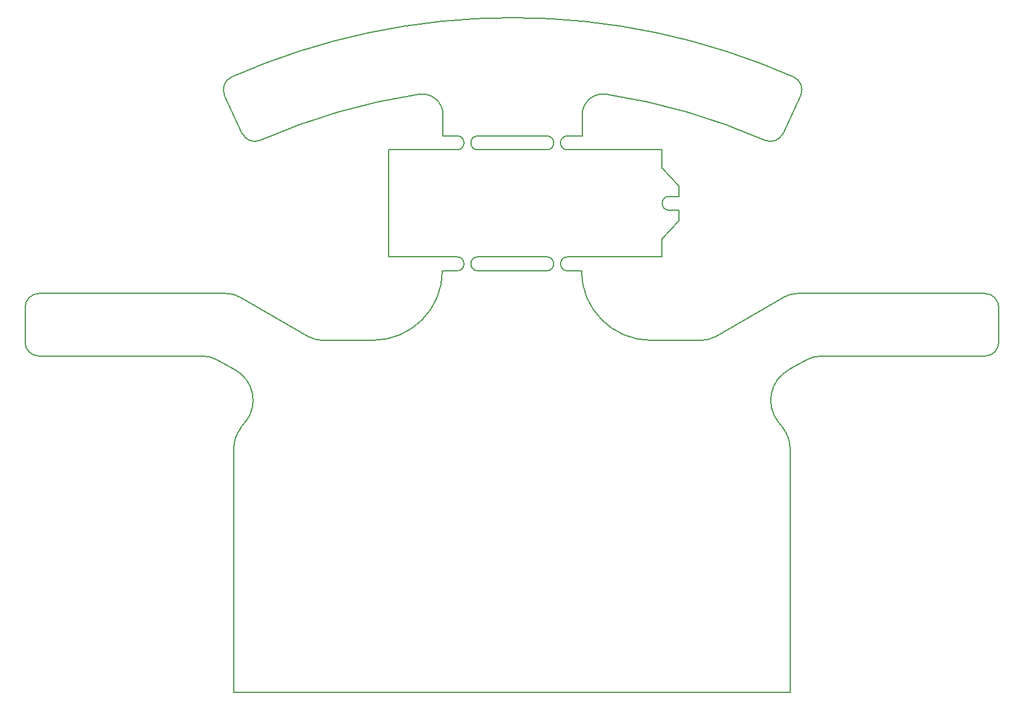
<source format=gm1>
%TF.GenerationSoftware,KiCad,Pcbnew,(5.1.8)-1*%
%TF.CreationDate,2023-07-29T11:14:22+09:00*%
%TF.ProjectId,Tracer,54726163-6572-42e6-9b69-6361645f7063,rev?*%
%TF.SameCoordinates,Original*%
%TF.FileFunction,Profile,NP*%
%FSLAX46Y46*%
G04 Gerber Fmt 4.6, Leading zero omitted, Abs format (unit mm)*
G04 Created by KiCad (PCBNEW (5.1.8)-1) date 2023-07-29 11:14:22*
%MOMM*%
%LPD*%
G01*
G04 APERTURE LIST*
%TA.AperFunction,Profile*%
%ADD10C,0.200000*%
%TD*%
G04 APERTURE END LIST*
D10*
X120899781Y-43996639D02*
G75*
G02*
X120899781Y-46006613I0J-1004987D01*
G01*
X120899781Y-46006613D02*
X110999781Y-46006613D01*
X125999780Y-44001626D02*
X123899781Y-43996639D01*
X110999781Y-46006613D02*
G75*
G02*
X110999781Y-43996639I0J1004987D01*
G01*
X111000000Y-63404987D02*
G75*
G02*
X111000000Y-61395013I0J1004987D01*
G01*
X111000000Y-61395013D02*
X120900000Y-61395013D01*
X123900000Y-61395013D02*
X137500000Y-61400000D01*
X108000000Y-61395013D02*
G75*
G02*
X108000000Y-63404987I0J-1004987D01*
G01*
X139900000Y-56200000D02*
X137500000Y-58800000D01*
X123899781Y-46006613D02*
G75*
G02*
X123899781Y-43996639I0J1004987D01*
G01*
X107999781Y-43996639D02*
G75*
G02*
X107999781Y-46006613I0J-1004987D01*
G01*
X105999782Y-44001626D02*
X107999781Y-43996639D01*
X137500000Y-46000000D02*
X123899781Y-46006613D01*
X107999781Y-46006613D02*
X98200000Y-46000000D01*
X139900000Y-51200000D02*
X137500000Y-48600000D01*
X138500000Y-52700000D02*
X139900000Y-52700000D01*
X98200000Y-61400000D02*
X108000000Y-61395013D01*
X120899781Y-43996639D02*
X110999781Y-43996639D01*
X139900000Y-56200000D02*
X139900000Y-54700000D01*
X138500000Y-54700000D02*
X139900000Y-54700000D01*
X139900000Y-52700000D02*
X139900000Y-51200000D01*
X137500000Y-48600000D02*
X137500000Y-46000000D01*
X98200000Y-46000000D02*
X98200000Y-61400000D01*
X137500000Y-58800000D02*
X137500000Y-61400000D01*
X138500000Y-54700000D02*
G75*
G02*
X138500000Y-52700000I0J1000000D01*
G01*
X105999781Y-43585423D02*
X105999781Y-40978374D01*
X156403197Y-35527238D02*
G75*
G02*
X157407744Y-38201961I-808068J-1829487D01*
G01*
X120900000Y-61395013D02*
G75*
G02*
X120900000Y-63404987I0J-1004987D01*
G01*
X123900000Y-63404987D02*
G75*
G02*
X123900000Y-61395013I0J1004987D01*
G01*
X154871472Y-43641015D02*
X157407744Y-38201961D01*
X75596364Y-35527237D02*
G75*
G02*
X115999781Y-27001626I40403417J-91474389D01*
G01*
X105999781Y-44001626D02*
X105999781Y-43585423D01*
X154871472Y-43641015D02*
G75*
G02*
X152253224Y-44626340I-1812615J845237D01*
G01*
X125999781Y-40978375D02*
G75*
G02*
X129448056Y-38012055I3000000J1D01*
G01*
X77128090Y-43641015D02*
X74591818Y-38201961D01*
X129448056Y-38012055D02*
G75*
G02*
X152253224Y-44626340I-13448275J-88989571D01*
G01*
X79746338Y-44626340D02*
G75*
G02*
X77128090Y-43641015I-805633J1830562D01*
G01*
X79746338Y-44626340D02*
G75*
G02*
X102551506Y-38012055I36253443J-82375286D01*
G01*
X74591817Y-38201961D02*
G75*
G02*
X75596365Y-35527237I1812616J845236D01*
G01*
X102551505Y-38012055D02*
G75*
G02*
X105999781Y-40978374I448276J-2966319D01*
G01*
X125999781Y-44001626D02*
X125999781Y-43585423D01*
X115999781Y-27001627D02*
G75*
G02*
X156403197Y-35527237I0J-99999999D01*
G01*
X125999781Y-43585423D02*
X125999781Y-40978374D01*
X111000000Y-63404987D02*
X120900000Y-63404987D01*
X105900001Y-63400000D02*
X108000000Y-63404987D01*
X125899999Y-63400000D02*
X123900000Y-63404987D01*
X143165259Y-73400000D02*
X135899999Y-73400000D01*
X88634741Y-73400000D02*
X95900001Y-73400000D01*
X75900000Y-124036657D02*
X75900000Y-89036657D01*
X45900001Y-68666396D02*
X45900001Y-73666396D01*
X154837317Y-85954850D02*
G75*
G02*
X155900000Y-89036657I-3937318J-3081807D01*
G01*
X183899999Y-66666396D02*
G75*
G02*
X185899999Y-68666396I0J-2000000D01*
G01*
X160347235Y-75666396D02*
X183899999Y-75666396D01*
X47900001Y-66666396D02*
X74828204Y-66666396D01*
X88634741Y-73399999D02*
G75*
G02*
X86634741Y-72864101I0J3999999D01*
G01*
X76109739Y-77652157D02*
X73480668Y-76196623D01*
X75900000Y-124036657D02*
X115900000Y-124036657D01*
X76828204Y-67202294D02*
X86634741Y-72864101D01*
X76962683Y-85954851D02*
X77625278Y-85108320D01*
X105900001Y-63400000D02*
G75*
G02*
X95900001Y-73400000I-10000000J0D01*
G01*
X185899999Y-68666396D02*
X185899999Y-73666396D01*
X74828204Y-66666396D02*
G75*
G02*
X76828204Y-67202294I0J-4000000D01*
G01*
X155690261Y-77652157D02*
X158319332Y-76196623D01*
X71452764Y-75666396D02*
G75*
G02*
X73480668Y-76196623I37455J-3999825D01*
G01*
X183899999Y-66666396D02*
X156971796Y-66666396D01*
X154971796Y-67202294D02*
X145165259Y-72864101D01*
X135899999Y-73400000D02*
G75*
G02*
X125899999Y-63400000I0J10000000D01*
G01*
X185899999Y-73666396D02*
G75*
G02*
X183899999Y-75666396I-2000000J0D01*
G01*
X155900000Y-124036657D02*
X115900000Y-124036657D01*
X75900001Y-89036658D02*
G75*
G02*
X76962683Y-85954851I5000000J1D01*
G01*
X154971796Y-67202294D02*
G75*
G02*
X156971796Y-66666396I2000000J-3464102D01*
G01*
X145165259Y-72864102D02*
G75*
G02*
X143165259Y-73400000I-2000000J3464102D01*
G01*
X45900001Y-68666396D02*
G75*
G02*
X47900001Y-66666396I2000000J0D01*
G01*
X154174723Y-85108320D02*
G75*
G02*
X155690261Y-77652157I3937317J3081807D01*
G01*
X47900001Y-75666396D02*
G75*
G02*
X45900001Y-73666396I0J2000000D01*
G01*
X154837317Y-85954851D02*
X154174722Y-85108320D01*
X76109739Y-77652156D02*
G75*
G02*
X77625278Y-85108320I-2421779J-4374357D01*
G01*
X155900000Y-124036657D02*
X155900000Y-89036657D01*
X158319331Y-76196623D02*
G75*
G02*
X160347235Y-75666396I1990450J-3469598D01*
G01*
X71452765Y-75666396D02*
X47900001Y-75666396D01*
M02*

</source>
